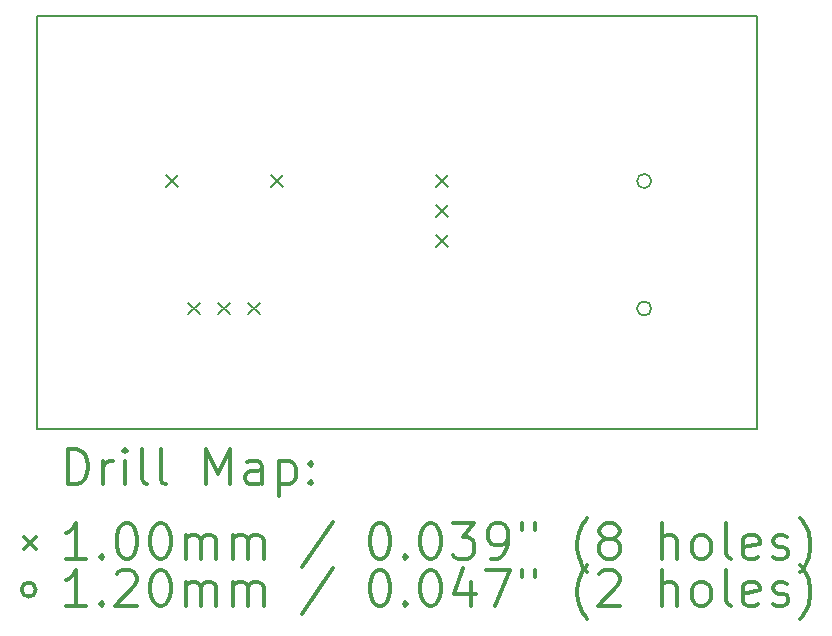
<source format=gbr>
%FSLAX45Y45*%
G04 Gerber Fmt 4.5, Leading zero omitted, Abs format (unit mm)*
G04 Created by KiCad (PCBNEW 4.0.7) date 10/19/17 13:31:11*
%MOMM*%
%LPD*%
G01*
G04 APERTURE LIST*
%ADD10C,0.127000*%
%ADD11C,0.150000*%
%ADD12C,0.200000*%
%ADD13C,0.300000*%
G04 APERTURE END LIST*
D10*
D11*
X11430000Y-9334500D02*
X11874500Y-9334500D01*
X11430000Y-12827000D02*
X11430000Y-9334500D01*
X17526000Y-12827000D02*
X11430000Y-12827000D01*
X17526000Y-9334500D02*
X17526000Y-12827000D01*
X11874500Y-9334500D02*
X17526000Y-9334500D01*
D12*
X12523000Y-10681500D02*
X12623000Y-10781500D01*
X12623000Y-10681500D02*
X12523000Y-10781500D01*
X12713500Y-11761000D02*
X12813500Y-11861000D01*
X12813500Y-11761000D02*
X12713500Y-11861000D01*
X12967500Y-11761000D02*
X13067500Y-11861000D01*
X13067500Y-11761000D02*
X12967500Y-11861000D01*
X13221500Y-11761000D02*
X13321500Y-11861000D01*
X13321500Y-11761000D02*
X13221500Y-11861000D01*
X13412000Y-10681500D02*
X13512000Y-10781500D01*
X13512000Y-10681500D02*
X13412000Y-10781500D01*
X14809000Y-10681500D02*
X14909000Y-10781500D01*
X14909000Y-10681500D02*
X14809000Y-10781500D01*
X14809000Y-10935500D02*
X14909000Y-11035500D01*
X14909000Y-10935500D02*
X14809000Y-11035500D01*
X14809000Y-11189500D02*
X14909000Y-11289500D01*
X14909000Y-11189500D02*
X14809000Y-11289500D01*
X16633444Y-10731500D02*
G75*
G03X16633444Y-10731500I-59944J0D01*
G01*
X16633444Y-11811000D02*
G75*
G03X16633444Y-11811000I-59944J0D01*
G01*
D13*
X11693928Y-13300214D02*
X11693928Y-13000214D01*
X11765357Y-13000214D01*
X11808214Y-13014500D01*
X11836786Y-13043071D01*
X11851071Y-13071643D01*
X11865357Y-13128786D01*
X11865357Y-13171643D01*
X11851071Y-13228786D01*
X11836786Y-13257357D01*
X11808214Y-13285929D01*
X11765357Y-13300214D01*
X11693928Y-13300214D01*
X11993928Y-13300214D02*
X11993928Y-13100214D01*
X11993928Y-13157357D02*
X12008214Y-13128786D01*
X12022500Y-13114500D01*
X12051071Y-13100214D01*
X12079643Y-13100214D01*
X12179643Y-13300214D02*
X12179643Y-13100214D01*
X12179643Y-13000214D02*
X12165357Y-13014500D01*
X12179643Y-13028786D01*
X12193928Y-13014500D01*
X12179643Y-13000214D01*
X12179643Y-13028786D01*
X12365357Y-13300214D02*
X12336786Y-13285929D01*
X12322500Y-13257357D01*
X12322500Y-13000214D01*
X12522500Y-13300214D02*
X12493928Y-13285929D01*
X12479643Y-13257357D01*
X12479643Y-13000214D01*
X12865357Y-13300214D02*
X12865357Y-13000214D01*
X12965357Y-13214500D01*
X13065357Y-13000214D01*
X13065357Y-13300214D01*
X13336786Y-13300214D02*
X13336786Y-13143071D01*
X13322500Y-13114500D01*
X13293928Y-13100214D01*
X13236786Y-13100214D01*
X13208214Y-13114500D01*
X13336786Y-13285929D02*
X13308214Y-13300214D01*
X13236786Y-13300214D01*
X13208214Y-13285929D01*
X13193928Y-13257357D01*
X13193928Y-13228786D01*
X13208214Y-13200214D01*
X13236786Y-13185929D01*
X13308214Y-13185929D01*
X13336786Y-13171643D01*
X13479643Y-13100214D02*
X13479643Y-13400214D01*
X13479643Y-13114500D02*
X13508214Y-13100214D01*
X13565357Y-13100214D01*
X13593928Y-13114500D01*
X13608214Y-13128786D01*
X13622500Y-13157357D01*
X13622500Y-13243071D01*
X13608214Y-13271643D01*
X13593928Y-13285929D01*
X13565357Y-13300214D01*
X13508214Y-13300214D01*
X13479643Y-13285929D01*
X13751071Y-13271643D02*
X13765357Y-13285929D01*
X13751071Y-13300214D01*
X13736786Y-13285929D01*
X13751071Y-13271643D01*
X13751071Y-13300214D01*
X13751071Y-13114500D02*
X13765357Y-13128786D01*
X13751071Y-13143071D01*
X13736786Y-13128786D01*
X13751071Y-13114500D01*
X13751071Y-13143071D01*
X11322500Y-13744500D02*
X11422500Y-13844500D01*
X11422500Y-13744500D02*
X11322500Y-13844500D01*
X11851071Y-13930214D02*
X11679643Y-13930214D01*
X11765357Y-13930214D02*
X11765357Y-13630214D01*
X11736786Y-13673071D01*
X11708214Y-13701643D01*
X11679643Y-13715929D01*
X11979643Y-13901643D02*
X11993928Y-13915929D01*
X11979643Y-13930214D01*
X11965357Y-13915929D01*
X11979643Y-13901643D01*
X11979643Y-13930214D01*
X12179643Y-13630214D02*
X12208214Y-13630214D01*
X12236786Y-13644500D01*
X12251071Y-13658786D01*
X12265357Y-13687357D01*
X12279643Y-13744500D01*
X12279643Y-13815929D01*
X12265357Y-13873071D01*
X12251071Y-13901643D01*
X12236786Y-13915929D01*
X12208214Y-13930214D01*
X12179643Y-13930214D01*
X12151071Y-13915929D01*
X12136786Y-13901643D01*
X12122500Y-13873071D01*
X12108214Y-13815929D01*
X12108214Y-13744500D01*
X12122500Y-13687357D01*
X12136786Y-13658786D01*
X12151071Y-13644500D01*
X12179643Y-13630214D01*
X12465357Y-13630214D02*
X12493928Y-13630214D01*
X12522500Y-13644500D01*
X12536786Y-13658786D01*
X12551071Y-13687357D01*
X12565357Y-13744500D01*
X12565357Y-13815929D01*
X12551071Y-13873071D01*
X12536786Y-13901643D01*
X12522500Y-13915929D01*
X12493928Y-13930214D01*
X12465357Y-13930214D01*
X12436786Y-13915929D01*
X12422500Y-13901643D01*
X12408214Y-13873071D01*
X12393928Y-13815929D01*
X12393928Y-13744500D01*
X12408214Y-13687357D01*
X12422500Y-13658786D01*
X12436786Y-13644500D01*
X12465357Y-13630214D01*
X12693928Y-13930214D02*
X12693928Y-13730214D01*
X12693928Y-13758786D02*
X12708214Y-13744500D01*
X12736786Y-13730214D01*
X12779643Y-13730214D01*
X12808214Y-13744500D01*
X12822500Y-13773071D01*
X12822500Y-13930214D01*
X12822500Y-13773071D02*
X12836786Y-13744500D01*
X12865357Y-13730214D01*
X12908214Y-13730214D01*
X12936786Y-13744500D01*
X12951071Y-13773071D01*
X12951071Y-13930214D01*
X13093928Y-13930214D02*
X13093928Y-13730214D01*
X13093928Y-13758786D02*
X13108214Y-13744500D01*
X13136786Y-13730214D01*
X13179643Y-13730214D01*
X13208214Y-13744500D01*
X13222500Y-13773071D01*
X13222500Y-13930214D01*
X13222500Y-13773071D02*
X13236786Y-13744500D01*
X13265357Y-13730214D01*
X13308214Y-13730214D01*
X13336786Y-13744500D01*
X13351071Y-13773071D01*
X13351071Y-13930214D01*
X13936786Y-13615929D02*
X13679643Y-14001643D01*
X14322500Y-13630214D02*
X14351071Y-13630214D01*
X14379643Y-13644500D01*
X14393928Y-13658786D01*
X14408214Y-13687357D01*
X14422500Y-13744500D01*
X14422500Y-13815929D01*
X14408214Y-13873071D01*
X14393928Y-13901643D01*
X14379643Y-13915929D01*
X14351071Y-13930214D01*
X14322500Y-13930214D01*
X14293928Y-13915929D01*
X14279643Y-13901643D01*
X14265357Y-13873071D01*
X14251071Y-13815929D01*
X14251071Y-13744500D01*
X14265357Y-13687357D01*
X14279643Y-13658786D01*
X14293928Y-13644500D01*
X14322500Y-13630214D01*
X14551071Y-13901643D02*
X14565357Y-13915929D01*
X14551071Y-13930214D01*
X14536786Y-13915929D01*
X14551071Y-13901643D01*
X14551071Y-13930214D01*
X14751071Y-13630214D02*
X14779643Y-13630214D01*
X14808214Y-13644500D01*
X14822500Y-13658786D01*
X14836785Y-13687357D01*
X14851071Y-13744500D01*
X14851071Y-13815929D01*
X14836785Y-13873071D01*
X14822500Y-13901643D01*
X14808214Y-13915929D01*
X14779643Y-13930214D01*
X14751071Y-13930214D01*
X14722500Y-13915929D01*
X14708214Y-13901643D01*
X14693928Y-13873071D01*
X14679643Y-13815929D01*
X14679643Y-13744500D01*
X14693928Y-13687357D01*
X14708214Y-13658786D01*
X14722500Y-13644500D01*
X14751071Y-13630214D01*
X14951071Y-13630214D02*
X15136785Y-13630214D01*
X15036785Y-13744500D01*
X15079643Y-13744500D01*
X15108214Y-13758786D01*
X15122500Y-13773071D01*
X15136785Y-13801643D01*
X15136785Y-13873071D01*
X15122500Y-13901643D01*
X15108214Y-13915929D01*
X15079643Y-13930214D01*
X14993928Y-13930214D01*
X14965357Y-13915929D01*
X14951071Y-13901643D01*
X15279643Y-13930214D02*
X15336785Y-13930214D01*
X15365357Y-13915929D01*
X15379643Y-13901643D01*
X15408214Y-13858786D01*
X15422500Y-13801643D01*
X15422500Y-13687357D01*
X15408214Y-13658786D01*
X15393928Y-13644500D01*
X15365357Y-13630214D01*
X15308214Y-13630214D01*
X15279643Y-13644500D01*
X15265357Y-13658786D01*
X15251071Y-13687357D01*
X15251071Y-13758786D01*
X15265357Y-13787357D01*
X15279643Y-13801643D01*
X15308214Y-13815929D01*
X15365357Y-13815929D01*
X15393928Y-13801643D01*
X15408214Y-13787357D01*
X15422500Y-13758786D01*
X15536786Y-13630214D02*
X15536786Y-13687357D01*
X15651071Y-13630214D02*
X15651071Y-13687357D01*
X16093928Y-14044500D02*
X16079643Y-14030214D01*
X16051071Y-13987357D01*
X16036785Y-13958786D01*
X16022500Y-13915929D01*
X16008214Y-13844500D01*
X16008214Y-13787357D01*
X16022500Y-13715929D01*
X16036785Y-13673071D01*
X16051071Y-13644500D01*
X16079643Y-13601643D01*
X16093928Y-13587357D01*
X16251071Y-13758786D02*
X16222500Y-13744500D01*
X16208214Y-13730214D01*
X16193928Y-13701643D01*
X16193928Y-13687357D01*
X16208214Y-13658786D01*
X16222500Y-13644500D01*
X16251071Y-13630214D01*
X16308214Y-13630214D01*
X16336785Y-13644500D01*
X16351071Y-13658786D01*
X16365357Y-13687357D01*
X16365357Y-13701643D01*
X16351071Y-13730214D01*
X16336785Y-13744500D01*
X16308214Y-13758786D01*
X16251071Y-13758786D01*
X16222500Y-13773071D01*
X16208214Y-13787357D01*
X16193928Y-13815929D01*
X16193928Y-13873071D01*
X16208214Y-13901643D01*
X16222500Y-13915929D01*
X16251071Y-13930214D01*
X16308214Y-13930214D01*
X16336785Y-13915929D01*
X16351071Y-13901643D01*
X16365357Y-13873071D01*
X16365357Y-13815929D01*
X16351071Y-13787357D01*
X16336785Y-13773071D01*
X16308214Y-13758786D01*
X16722500Y-13930214D02*
X16722500Y-13630214D01*
X16851071Y-13930214D02*
X16851071Y-13773071D01*
X16836786Y-13744500D01*
X16808214Y-13730214D01*
X16765357Y-13730214D01*
X16736785Y-13744500D01*
X16722500Y-13758786D01*
X17036786Y-13930214D02*
X17008214Y-13915929D01*
X16993928Y-13901643D01*
X16979643Y-13873071D01*
X16979643Y-13787357D01*
X16993928Y-13758786D01*
X17008214Y-13744500D01*
X17036786Y-13730214D01*
X17079643Y-13730214D01*
X17108214Y-13744500D01*
X17122500Y-13758786D01*
X17136786Y-13787357D01*
X17136786Y-13873071D01*
X17122500Y-13901643D01*
X17108214Y-13915929D01*
X17079643Y-13930214D01*
X17036786Y-13930214D01*
X17308214Y-13930214D02*
X17279643Y-13915929D01*
X17265357Y-13887357D01*
X17265357Y-13630214D01*
X17536786Y-13915929D02*
X17508214Y-13930214D01*
X17451071Y-13930214D01*
X17422500Y-13915929D01*
X17408214Y-13887357D01*
X17408214Y-13773071D01*
X17422500Y-13744500D01*
X17451071Y-13730214D01*
X17508214Y-13730214D01*
X17536786Y-13744500D01*
X17551071Y-13773071D01*
X17551071Y-13801643D01*
X17408214Y-13830214D01*
X17665357Y-13915929D02*
X17693929Y-13930214D01*
X17751071Y-13930214D01*
X17779643Y-13915929D01*
X17793929Y-13887357D01*
X17793929Y-13873071D01*
X17779643Y-13844500D01*
X17751071Y-13830214D01*
X17708214Y-13830214D01*
X17679643Y-13815929D01*
X17665357Y-13787357D01*
X17665357Y-13773071D01*
X17679643Y-13744500D01*
X17708214Y-13730214D01*
X17751071Y-13730214D01*
X17779643Y-13744500D01*
X17893928Y-14044500D02*
X17908214Y-14030214D01*
X17936786Y-13987357D01*
X17951071Y-13958786D01*
X17965357Y-13915929D01*
X17979643Y-13844500D01*
X17979643Y-13787357D01*
X17965357Y-13715929D01*
X17951071Y-13673071D01*
X17936786Y-13644500D01*
X17908214Y-13601643D01*
X17893928Y-13587357D01*
X11422500Y-14190500D02*
G75*
G03X11422500Y-14190500I-59944J0D01*
G01*
X11851071Y-14326214D02*
X11679643Y-14326214D01*
X11765357Y-14326214D02*
X11765357Y-14026214D01*
X11736786Y-14069071D01*
X11708214Y-14097643D01*
X11679643Y-14111929D01*
X11979643Y-14297643D02*
X11993928Y-14311929D01*
X11979643Y-14326214D01*
X11965357Y-14311929D01*
X11979643Y-14297643D01*
X11979643Y-14326214D01*
X12108214Y-14054786D02*
X12122500Y-14040500D01*
X12151071Y-14026214D01*
X12222500Y-14026214D01*
X12251071Y-14040500D01*
X12265357Y-14054786D01*
X12279643Y-14083357D01*
X12279643Y-14111929D01*
X12265357Y-14154786D01*
X12093928Y-14326214D01*
X12279643Y-14326214D01*
X12465357Y-14026214D02*
X12493928Y-14026214D01*
X12522500Y-14040500D01*
X12536786Y-14054786D01*
X12551071Y-14083357D01*
X12565357Y-14140500D01*
X12565357Y-14211929D01*
X12551071Y-14269071D01*
X12536786Y-14297643D01*
X12522500Y-14311929D01*
X12493928Y-14326214D01*
X12465357Y-14326214D01*
X12436786Y-14311929D01*
X12422500Y-14297643D01*
X12408214Y-14269071D01*
X12393928Y-14211929D01*
X12393928Y-14140500D01*
X12408214Y-14083357D01*
X12422500Y-14054786D01*
X12436786Y-14040500D01*
X12465357Y-14026214D01*
X12693928Y-14326214D02*
X12693928Y-14126214D01*
X12693928Y-14154786D02*
X12708214Y-14140500D01*
X12736786Y-14126214D01*
X12779643Y-14126214D01*
X12808214Y-14140500D01*
X12822500Y-14169071D01*
X12822500Y-14326214D01*
X12822500Y-14169071D02*
X12836786Y-14140500D01*
X12865357Y-14126214D01*
X12908214Y-14126214D01*
X12936786Y-14140500D01*
X12951071Y-14169071D01*
X12951071Y-14326214D01*
X13093928Y-14326214D02*
X13093928Y-14126214D01*
X13093928Y-14154786D02*
X13108214Y-14140500D01*
X13136786Y-14126214D01*
X13179643Y-14126214D01*
X13208214Y-14140500D01*
X13222500Y-14169071D01*
X13222500Y-14326214D01*
X13222500Y-14169071D02*
X13236786Y-14140500D01*
X13265357Y-14126214D01*
X13308214Y-14126214D01*
X13336786Y-14140500D01*
X13351071Y-14169071D01*
X13351071Y-14326214D01*
X13936786Y-14011929D02*
X13679643Y-14397643D01*
X14322500Y-14026214D02*
X14351071Y-14026214D01*
X14379643Y-14040500D01*
X14393928Y-14054786D01*
X14408214Y-14083357D01*
X14422500Y-14140500D01*
X14422500Y-14211929D01*
X14408214Y-14269071D01*
X14393928Y-14297643D01*
X14379643Y-14311929D01*
X14351071Y-14326214D01*
X14322500Y-14326214D01*
X14293928Y-14311929D01*
X14279643Y-14297643D01*
X14265357Y-14269071D01*
X14251071Y-14211929D01*
X14251071Y-14140500D01*
X14265357Y-14083357D01*
X14279643Y-14054786D01*
X14293928Y-14040500D01*
X14322500Y-14026214D01*
X14551071Y-14297643D02*
X14565357Y-14311929D01*
X14551071Y-14326214D01*
X14536786Y-14311929D01*
X14551071Y-14297643D01*
X14551071Y-14326214D01*
X14751071Y-14026214D02*
X14779643Y-14026214D01*
X14808214Y-14040500D01*
X14822500Y-14054786D01*
X14836785Y-14083357D01*
X14851071Y-14140500D01*
X14851071Y-14211929D01*
X14836785Y-14269071D01*
X14822500Y-14297643D01*
X14808214Y-14311929D01*
X14779643Y-14326214D01*
X14751071Y-14326214D01*
X14722500Y-14311929D01*
X14708214Y-14297643D01*
X14693928Y-14269071D01*
X14679643Y-14211929D01*
X14679643Y-14140500D01*
X14693928Y-14083357D01*
X14708214Y-14054786D01*
X14722500Y-14040500D01*
X14751071Y-14026214D01*
X15108214Y-14126214D02*
X15108214Y-14326214D01*
X15036785Y-14011929D02*
X14965357Y-14226214D01*
X15151071Y-14226214D01*
X15236785Y-14026214D02*
X15436785Y-14026214D01*
X15308214Y-14326214D01*
X15536786Y-14026214D02*
X15536786Y-14083357D01*
X15651071Y-14026214D02*
X15651071Y-14083357D01*
X16093928Y-14440500D02*
X16079643Y-14426214D01*
X16051071Y-14383357D01*
X16036785Y-14354786D01*
X16022500Y-14311929D01*
X16008214Y-14240500D01*
X16008214Y-14183357D01*
X16022500Y-14111929D01*
X16036785Y-14069071D01*
X16051071Y-14040500D01*
X16079643Y-13997643D01*
X16093928Y-13983357D01*
X16193928Y-14054786D02*
X16208214Y-14040500D01*
X16236785Y-14026214D01*
X16308214Y-14026214D01*
X16336785Y-14040500D01*
X16351071Y-14054786D01*
X16365357Y-14083357D01*
X16365357Y-14111929D01*
X16351071Y-14154786D01*
X16179643Y-14326214D01*
X16365357Y-14326214D01*
X16722500Y-14326214D02*
X16722500Y-14026214D01*
X16851071Y-14326214D02*
X16851071Y-14169071D01*
X16836786Y-14140500D01*
X16808214Y-14126214D01*
X16765357Y-14126214D01*
X16736785Y-14140500D01*
X16722500Y-14154786D01*
X17036786Y-14326214D02*
X17008214Y-14311929D01*
X16993928Y-14297643D01*
X16979643Y-14269071D01*
X16979643Y-14183357D01*
X16993928Y-14154786D01*
X17008214Y-14140500D01*
X17036786Y-14126214D01*
X17079643Y-14126214D01*
X17108214Y-14140500D01*
X17122500Y-14154786D01*
X17136786Y-14183357D01*
X17136786Y-14269071D01*
X17122500Y-14297643D01*
X17108214Y-14311929D01*
X17079643Y-14326214D01*
X17036786Y-14326214D01*
X17308214Y-14326214D02*
X17279643Y-14311929D01*
X17265357Y-14283357D01*
X17265357Y-14026214D01*
X17536786Y-14311929D02*
X17508214Y-14326214D01*
X17451071Y-14326214D01*
X17422500Y-14311929D01*
X17408214Y-14283357D01*
X17408214Y-14169071D01*
X17422500Y-14140500D01*
X17451071Y-14126214D01*
X17508214Y-14126214D01*
X17536786Y-14140500D01*
X17551071Y-14169071D01*
X17551071Y-14197643D01*
X17408214Y-14226214D01*
X17665357Y-14311929D02*
X17693929Y-14326214D01*
X17751071Y-14326214D01*
X17779643Y-14311929D01*
X17793929Y-14283357D01*
X17793929Y-14269071D01*
X17779643Y-14240500D01*
X17751071Y-14226214D01*
X17708214Y-14226214D01*
X17679643Y-14211929D01*
X17665357Y-14183357D01*
X17665357Y-14169071D01*
X17679643Y-14140500D01*
X17708214Y-14126214D01*
X17751071Y-14126214D01*
X17779643Y-14140500D01*
X17893928Y-14440500D02*
X17908214Y-14426214D01*
X17936786Y-14383357D01*
X17951071Y-14354786D01*
X17965357Y-14311929D01*
X17979643Y-14240500D01*
X17979643Y-14183357D01*
X17965357Y-14111929D01*
X17951071Y-14069071D01*
X17936786Y-14040500D01*
X17908214Y-13997643D01*
X17893928Y-13983357D01*
M02*

</source>
